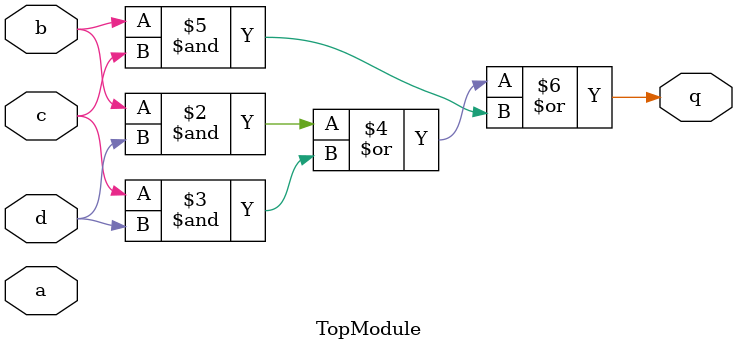
<source format=sv>
module TopModule (
    input logic a,
    input logic b,
    input logic c,
    input logic d,
    output logic q
);

always @(*) begin
    q = (b & d) | (c & d) | (b & c);
end

endmodule
</source>
